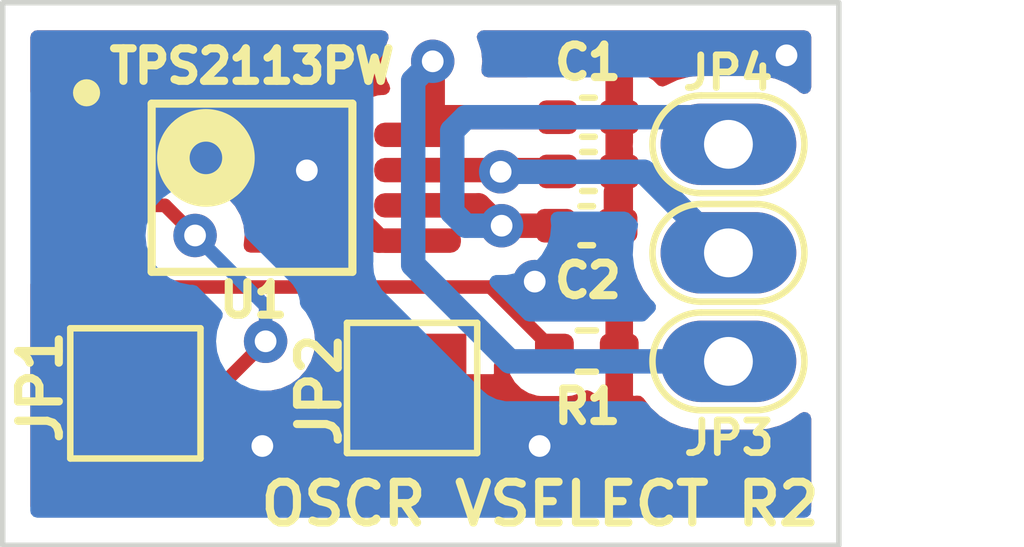
<source format=kicad_pcb>
(kicad_pcb (version 20211014) (generator pcbnew)
  (layers (0 "F.Cu" signal) (31 "B.Cu" signal) (34 "B.Paste" user) (35 "F.Paste" user) (36 "B.SilkS" user "B.Silkscreen") (37 "F.SilkS" user "F.Silkscreen") (38 "B.Mask" user) (39 "F.Mask" user) (44 "Edge.Cuts" user))
  (net 0 "")
  (net 1 "GND")
  (net 2 "+3.3V")
  (net 3 "+5V")
  (net 4 "VCC")
  (net 5 "VSELECT")
  (net 6 "Net-(R1-Pad2)")
  (footprint "TestPoint:TestPoint_Pad_2.0x2.0mm" (layer "F.Cu") (at 34.5 24.48)
    (fp_text reference "JP2" (at -1.71 0.04 90) (layer "F.SilkS") (effects (font (size 0.75 0.75))))
    (fp_text value "GND")
    (fp_line (start 1.2 1.2) (end -1.2 1.2) (layer "F.SilkS") (width 0.12))
    (fp_line (start 1.2 -1.2) (end 1.2 1.2) (layer "F.SilkS") (width 0.12))
    (fp_line (start -1.2 -1.2) (end 1.2 -1.2) (layer "F.SilkS") (width 0.12))
    (fp_line (start -1.2 1.2) (end -1.2 -1.2) (layer "F.SilkS") (width 0.12))
    (pad "1" smd rect (at 0 0) (size 2 2) (layers "F.Cu" "F.Mask") (net 1 "GND"))
  )
  (footprint "Capacitor_SMD:C_0402_1005Metric_Pad0.74x0.62mm_HandSolder" (layer "F.Cu") (at 37.75 19.49 180)
    (fp_text reference "C1" (at 0.01 1.01) (layer "F.SilkS") (effects (font (size 0.6 0.6))))
    (fp_text value "0.1 uF")
    (fp_line (start -0.115835 -0.36) (end 0.115835 -0.36) (layer "F.SilkS") (width 0.12))
    (fp_line (start -0.115835 0.36) (end 0.115835 0.36) (layer "F.SilkS") (width 0.12))
    (pad "1" smd roundrect (at -0.5675 0 180) (size 0.735 0.62) (layers "F.Cu" "F.Paste" "F.Mask") (net 1 "GND"))
    (pad "2" smd roundrect (at 0.5675 0 180) (size 0.735 0.62) (layers "F.Cu" "F.Paste" "F.Mask") (net 2 "+3.3V"))
  )
  (footprint "Personal:Texas_Instruments-TPS2113PW-Level_A" (layer "F.Cu") (at 31.55 20.79)
    (fp_text reference "U1" (at -0.67 2.07) (layer "F.SilkS") (effects (font (size 0.6 0.6)) (justify left)))
    (fp_text value "TPS2113PW" (at 0 -2.24) (layer "F.SilkS") (effects (font (size 0.6 0.6))))
    (fp_line (start -1.849999 1.549999) (end -1.849999 -1.549999) (layer "F.SilkS") (width 0.15))
    (fp_line (start -1.849999 1.549999) (end 1.850001 1.549999) (layer "F.SilkS") (width 0.15))
    (fp_line (start -1.849999 -1.549999) (end 1.850001 -1.549999) (layer "F.SilkS") (width 0.15))
    (fp_line (start 1.850001 1.549999) (end 1.850001 -1.549999) (layer "F.SilkS") (width 0.15))
    (fp_circle (center -3.049999 -1.749999) (end -2.924998 -1.749999) (layer "F.SilkS") (width 0.249999) (fill none))
    (fp_circle (center -0.849998 -0.549999) (end -0.549999 -0.549999) (layer "F.SilkS") (width 0.599999) (fill none))
    (pad "1" smd roundrect (at -3.049999 -0.974999 270) (size 0.449999 1.599999) (layers "F.Cu" "F.Paste" "F.Mask") (roundrect_rratio 0.4399965333))
    (pad "2" smd roundrect (at -3.049999 -0.324998 270) (size 0.449999 1.599999) (layers "F.Cu" "F.Paste" "F.Mask") (roundrect_rratio 0.4399965333) (net 1 "GND"))
    (pad "3" smd roundrect (at -3.049999 0.325001 270) (size 0.449999 1.599999) (layers "F.Cu" "F.Paste" "F.Mask") (roundrect_rratio 0.4399965333) (net 5 "VSELECT"))
    (pad "4" smd roundrect (at -3.049999 0.975002 270) (size 0.449999 1.599999) (layers "F.Cu" "F.Paste" "F.Mask") (roundrect_rratio 0.4399965333) (net 6 "Net-(R1-Pad2)"))
    (pad "5" smd roundrect (at 3.050002 0.975002 270) (size 0.449999 1.599999) (layers "F.Cu" "F.Paste" "F.Mask") (roundrect_rratio 0.4399965333) (net 1 "GND"))
    (pad "6" smd roundrect (at 3.050002 0.325001 270) (size 0.449999 1.599999) (layers "F.Cu" "F.Paste" "F.Mask") (roundrect_rratio 0.4399965333) (net 3 "+5V"))
    (pad "7" smd roundrect (at 3.050002 -0.324998 270) (size 0.449999 1.599999) (layers "F.Cu" "F.Paste" "F.Mask") (roundrect_rratio 0.4399965333) (net 4 "VCC"))
    (pad "8" smd roundrect (at 3.050002 -0.974999 270) (size 0.449999 1.599999) (layers "F.Cu" "F.Paste" "F.Mask") (roundrect_rratio 0.4399965333) (net 2 "+3.3V"))
  )
  (footprint "Personal:Vpower-Switch-Pad" (layer "F.Cu") (at 40.33 22.89)
    (fp_text reference "JP3" (at 0.01 2.51 unlocked) (layer "F.SilkS") (effects (font (size 0.6 0.6) (thickness 0.125))))
    (fp_text value "3.3V")
    (fp_line (start -0.5 2) (end 0.5 2) (layer "F.SilkS") (width 0.12))
    (fp_line (start -0.5 0.2) (end 0.5 0.2) (layer "F.SilkS") (width 0.12))
    (fp_arc (start -0.5 2) (mid -1.4 1.1) (end -0.5 0.2) (layer "F.SilkS") (width 0.12))
    (fp_arc (start 0.5 0.2) (mid 1.4 1.1) (end 0.5 2) (layer "F.SilkS") (width 0.12))
    (pad "1" thru_hole oval (at 0 1.1 90) (size 1.5 2.5) (drill 0.9) (layers *.Cu *.Mask) (net 2 "+3.3V"))
  )
  (footprint "Personal:Vpower-Switch-Pad" (layer "F.Cu") (at 40.33 20.89)
    (fp_text reference "JP5" hide)
    (fp_text value "VCC")
    (fp_line (start -0.5 0.2) (end 0.5 0.2) (layer "F.SilkS") (width 0.12))
    (fp_line (start -0.5 2) (end 0.5 2) (layer "F.SilkS") (width 0.12))
    (fp_arc (start -0.5 2) (mid -1.4 1.1) (end -0.5 0.2) (layer "F.SilkS") (width 0.12))
    (fp_arc (start 0.5 0.2) (mid 1.4 1.1) (end 0.5 2) (layer "F.SilkS") (width 0.12))
    (pad "1" thru_hole oval (at 0 1.1 90) (size 1.5 2.5) (drill 0.9) (layers *.Cu *.Mask) (net 4 "VCC"))
  )
  (footprint "Capacitor_SMD:C_0402_1005Metric_Pad0.74x0.62mm_HandSolder" (layer "F.Cu") (at 37.7175 21.49)
    (fp_text reference "C2" (at 0.0225 1.01) (layer "F.SilkS") (effects (font (size 0.6 0.6))))
    (fp_text value "0.1 uF")
    (fp_line (start -0.115835 -0.36) (end 0.115835 -0.36) (layer "F.SilkS") (width 0.12))
    (fp_line (start -0.115835 0.36) (end 0.115835 0.36) (layer "F.SilkS") (width 0.12))
    (pad "1" smd roundrect (at -0.5675 0) (size 0.735 0.62) (layers "F.Cu" "F.Paste" "F.Mask") (net 3 "+5V"))
    (pad "2" smd roundrect (at 0.5675 0) (size 0.735 0.62) (layers "F.Cu" "F.Paste" "F.Mask") (net 1 "GND"))
  )
  (footprint "Capacitor_SMD:C_0402_1005Metric_Pad0.74x0.62mm_HandSolder" (layer "F.Cu") (at 37.75 20.49)
    (fp_text reference "C3" hide)
    (fp_text value "10 uF")
    (fp_line (start -0.115835 -0.36) (end 0.115835 -0.36) (layer "F.SilkS") (width 0.12))
    (fp_line (start -0.115835 0.36) (end 0.115835 0.36) (layer "F.SilkS") (width 0.12))
    (pad "1" smd roundrect (at -0.5675 0) (size 0.735 0.62) (layers "F.Cu" "F.Paste" "F.Mask") (net 4 "VCC"))
    (pad "2" smd roundrect (at 0.5675 0) (size 0.735 0.62) (layers "F.Cu" "F.Paste" "F.Mask") (net 1 "GND"))
  )
  (footprint "Resistor_SMD:R_0402_1005Metric_Pad0.72x0.64mm_HandSolder" (layer "F.Cu") (at 37.72 23.8 180)
    (fp_text reference "R1" (at -0.01 -1.02) (layer "F.SilkS") (effects (font (size 0.6 0.6))))
    (fp_text value "550")
    (fp_line (start -0.167621 -0.38) (end 0.167621 -0.38) (layer "F.SilkS") (width 0.12))
    (fp_line (start -0.167621 0.38) (end 0.167621 0.38) (layer "F.SilkS") (width 0.12))
    (pad "1" smd roundrect (at -0.5975 0 180) (size 0.715 0.64) (layers "F.Cu" "F.Paste" "F.Mask") (net 1 "GND"))
    (pad "2" smd roundrect (at 0.5975 0 180) (size 0.715 0.64) (layers "F.Cu" "F.Paste" "F.Mask") (net 6 "Net-(R1-Pad2)"))
  )
  (footprint "TestPoint:TestPoint_Pad_2.0x2.0mm" (layer "F.Cu") (at 29.4 24.58)
    (fp_text reference "JP1" (at -1.75 -0.12 90) (layer "F.SilkS") (effects (font (size 0.75 0.75))))
    (fp_text value "VSELECT")
    (fp_line (start -1.2 -1.2) (end 1.2 -1.2) (layer "F.SilkS") (width 0.12))
    (fp_line (start -1.2 1.2) (end -1.2 -1.2) (layer "F.SilkS") (width 0.12))
    (fp_line (start 1.2 -1.2) (end 1.2 1.2) (layer "F.SilkS") (width 0.12))
    (fp_line (start 1.2 1.2) (end -1.2 1.2) (layer "F.SilkS") (width 0.12))
    (pad "1" smd rect (at 0 0) (size 2 2) (layers "F.Cu" "F.Mask") (net 5 "VSELECT"))
  )
  (footprint "Personal:Vpower-Switch-Pad" (layer "F.Cu") (at 40.33 18.89)
    (fp_text reference "JP4" (at -0.01 -0.22 unlocked) (layer "F.SilkS") (effects (font (size 0.6 0.6) (thickness 0.125))))
    (fp_text value "5V")
    (fp_line (start -0.5 0.2) (end 0.5 0.2) (layer "F.SilkS") (width 0.12))
    (fp_line (start -0.5 2) (end 0.5 2) (layer "F.SilkS") (width 0.12))
    (fp_arc (start 0.5 0.2) (mid 1.4 1.1) (end 0.5 2) (layer "F.SilkS") (width 0.12))
    (fp_arc (start -0.5 2) (mid -1.4 1.1) (end -0.5 0.2) (layer "F.SilkS") (width 0.12))
    (pad "1" thru_hole oval (at 0 1.1 90) (size 1.5 2.5) (drill 0.9) (layers *.Cu *.Mask) (net 3 "+5V"))
  )
  (gr_rect (start 42.365 27.38) (end 26.955 17.38) (layer "Edge.Cuts") (width 0.1) (fill none))
  (gr_text "OSCR VSELECT R2" (at 36.86 26.62) (layer "F.SilkS") (effects (font (size 0.75 0.75))))
  (segment (start 38.3175 19.49) (end 38.3175 21.4575) (width 0.25) (layer "F.Cu") (net 1))
  (segment (start 33.88137 21.765002) (end 34.600002 21.765002) (width 0.45) (layer "F.Cu") (net 1))
  (segment (start 32.58137 20.465002) (end 33.88137 21.765002) (width 0.45) (layer "F.Cu") (net 1))
  (segment (start 38.3175 21.4575) (end 38.285 21.49) (width 0.25) (layer "F.Cu") (net 1))
  (segment (start 28.500001 20.465002) (end 32.58137 20.465002) (width 0.45) (layer "F.Cu") (net 1))
  (via (at 31.74 25.55) (size 0.8) (drill 0.4) (layers "F.Cu" "B.Cu") (net 1))
  (via (at 36.85 25.55) (size 0.8) (drill 0.4) (layers "F.Cu" "B.Cu") (net 1))
  (via (at 36.76 22.52) (size 0.8) (drill 0.4) (layers "F.Cu" "B.Cu") (net 1))
  (via (at 32.56 20.47) (size 0.8) (drill 0.4) (layers "F.Cu" "B.Cu") (net 1))
  (via (at 41.4 18.35) (size 0.8) (drill 0.4) (layers "F.Cu" "B.Cu") (net 1))
  (segment (start 34.88 18.46) (end 34.88 19.535003) (width 0.45) (layer "F.Cu") (net 2))
  (segment (start 37.1825 19.49) (end 36.15 19.49) (width 0.45) (layer "F.Cu") (net 2))
  (segment (start 36.15 19.49) (end 34.875 19.49) (width 0.45) (layer "F.Cu") (net 2))
  (via (at 34.88 18.46) (size 0.8) (drill 0.4) (layers "F.Cu" "B.Cu") (net 2))
  (segment (start 34.52 22.21) (end 34.52 18.82) (width 0.45) (layer "B.Cu") (net 2))
  (segment (start 40.33 23.99) (end 36.3 23.99) (width 0.45) (layer "B.Cu") (net 2))
  (segment (start 36.3 23.99) (end 34.52 22.21) (width 0.45) (layer "B.Cu") (net 2))
  (segment (start 34.52 18.82) (end 34.88 18.46) (width 0.45) (layer "B.Cu") (net 2))
  (segment (start 35.725666 21.115001) (end 36.100665 21.49) (width 0.45) (layer "F.Cu") (net 3))
  (segment (start 34.600002 21.115001) (end 35.725666 21.115001) (width 0.45) (layer "F.Cu") (net 3))
  (segment (start 37.15 21.49) (end 36.15 21.49) (width 0.45) (layer "F.Cu") (net 3))
  (segment (start 36.100665 21.49) (end 36.15 21.49) (width 0.45) (layer "F.Cu") (net 3))
  (via (at 36.15 21.49) (size 0.8) (drill 0.4) (layers "F.Cu" "B.Cu") (net 3))
  (segment (start 35.24 19.74) (end 35.49 19.49) (width 0.45) (layer "B.Cu") (net 3))
  (segment (start 35.49 19.49) (end 39.83 19.49) (width 0.45) (layer "B.Cu") (net 3))
  (segment (start 35.49 21.49) (end 35.24 21.24) (width 0.45) (layer "B.Cu") (net 3))
  (segment (start 39.83 19.49) (end 40.33 19.99) (width 0.45) (layer "B.Cu") (net 3))
  (segment (start 35.24 21.24) (end 35.24 19.74) (width 0.45) (layer "B.Cu") (net 3))
  (segment (start 36.15 21.49) (end 35.49 21.49) (width 0.45) (layer "B.Cu") (net 3))
  (segment (start 37.157502 20.465002) (end 37.1825 20.49) (width 0.45) (layer "F.Cu") (net 4))
  (segment (start 34.549999 20.465002) (end 37.157502 20.465002) (width 0.45) (layer "F.Cu") (net 4))
  (via (at 36.132031 20.496061) (size 0.8) (drill 0.4) (layers "F.Cu" "B.Cu") (net 4))
  (segment (start 36.132031 20.496061) (end 38.772696 20.496061) (width 0.45) (layer "B.Cu") (net 4))
  (segment (start 38.772696 20.496061) (end 40.266635 21.99) (width 0.45) (layer "B.Cu") (net 4))
  (segment (start 28.500001 21.115001) (end 29.945001 21.115001) (width 0.25) (layer "F.Cu") (net 5))
  (segment (start 30.84 24.58) (end 29.4 24.58) (width 0.25) (layer "F.Cu") (net 5))
  (segment (start 31.8 23.62) (end 30.84 24.58) (width 0.25) (layer "F.Cu") (net 5))
  (segment (start 29.945001 21.115001) (end 30.5 21.67) (width 0.25) (layer "F.Cu") (net 5))
  (via (at 30.5 21.67) (size 0.8) (drill 0.4) (layers "F.Cu" "B.Cu") (net 5))
  (via (at 31.8 23.62) (size 0.8) (drill 0.4) (layers "F.Cu" "B.Cu") (net 5))
  (segment (start 31.8 23.62) (end 31.8 22.97) (width 0.25) (layer "B.Cu") (net 5))
  (segment (start 31.8 22.97) (end 30.5 21.67) (width 0.25) (layer "B.Cu") (net 5))
  (segment (start 28.500001 21.765002) (end 29.354999 22.62) (width 0.25) (layer "F.Cu") (net 6))
  (segment (start 29.354999 22.62) (end 35.9425 22.62) (width 0.25) (layer "F.Cu") (net 6))
  (segment (start 35.9425 22.62) (end 37.1225 23.8) (width 0.25) (layer "F.Cu") (net 6))
  (zone (net 1) (net_name "GND") (layer "F.Cu") (connect_pads (clearance 0.508)) (min_thickness 0.254) (fill yes (thermal_gap 0.508) (thermal_bridge_width 0.508))
    (polygon (pts (xy 42.29 26.79) (xy 27.03 26.79) (xy 27.03 17.45) (xy 42.29 17.45)))
  )
  (zone (net 1) (net_name "GND") (layer "B.Cu") (connect_pads (clearance 0.508)) (min_thickness 0.254) (fill yes (thermal_gap 0.508) (thermal_bridge_width 0.508))
    (polygon (pts (xy 42.278928 27.312014) (xy 27.001361 27.325614) (xy 27.003057 17.45771) (xy 42.280704 17.44411)))
  )
)
</source>
